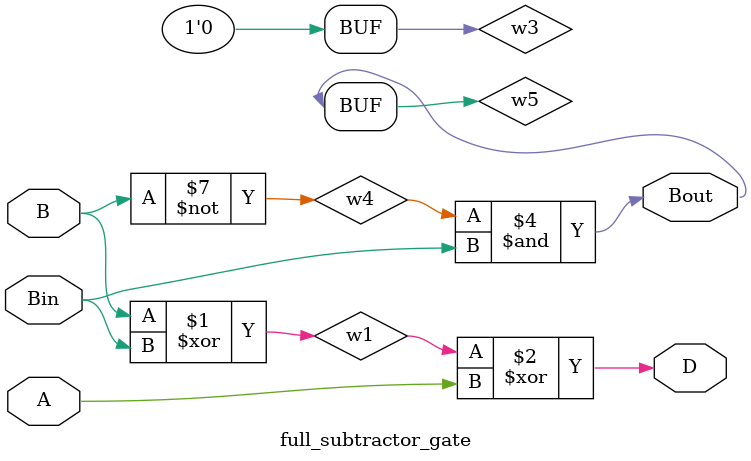
<source format=v>
module full_subtractor_gate(input A, B, Bin, output D, Bout);
  wire w1, w2, w3, w4, w5;
  xor (w1, B, Bin);
  xor (D, w1, A);
  not (w2, A);
  and (w3, w2, A);
  not (w4, B);
  and (w5, w4, Bin);
  or  (Bout, w3, w5);
endmodule
</source>
